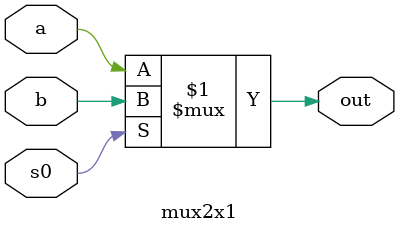
<source format=v>
module mux2x1(input s0,a,b,output out);
assign out= s0? b:a;
endmodule
</source>
